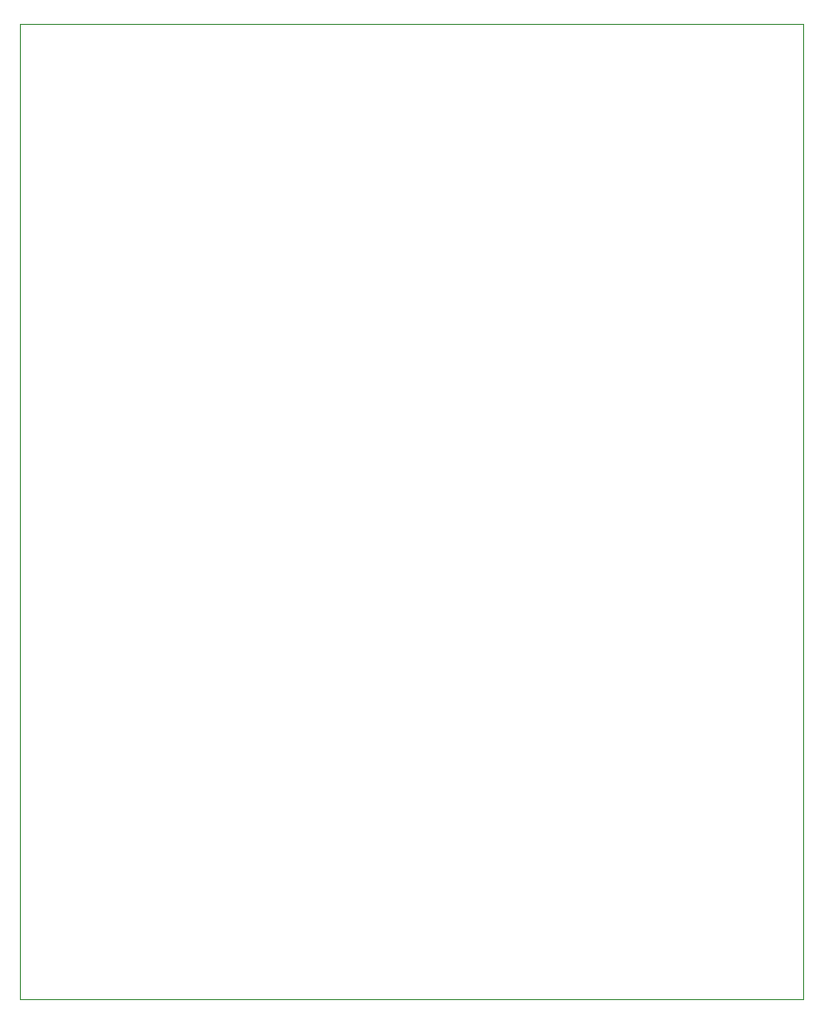
<source format=gko>
G04*
G04 #@! TF.GenerationSoftware,Altium Limited,Altium Designer,18.0.12 (696)*
G04*
G04 Layer_Color=16711935*
%FSLAX25Y25*%
%MOIN*%
G70*
G01*
G75*
%ADD83C,0.00100*%
D83*
X375000Y98425D02*
X375000Y425197D01*
X637795D01*
X637795Y98425D02*
X637795Y425197D01*
X375000Y98425D02*
X637795D01*
M02*

</source>
